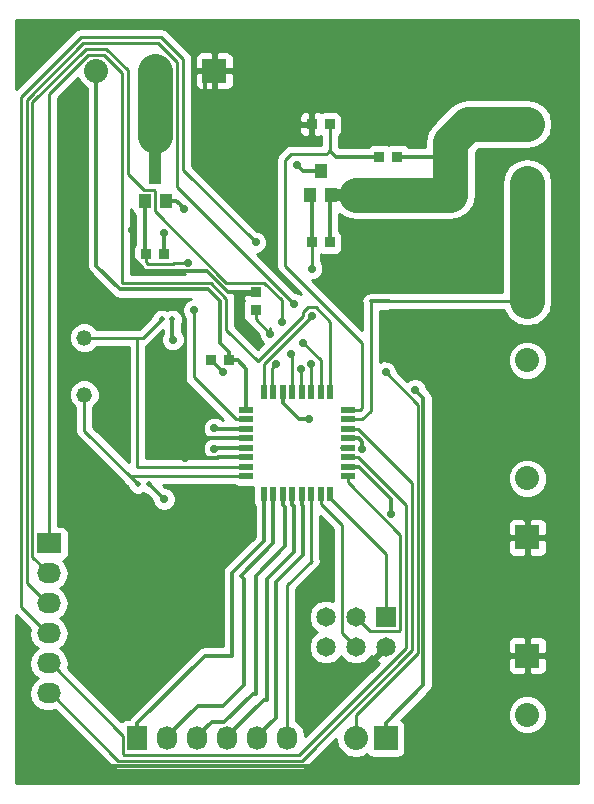
<source format=gtl>
G04 #@! TF.FileFunction,Copper,L1,Top,Signal*
%FSLAX46Y46*%
G04 Gerber Fmt 4.6, Leading zero omitted, Abs format (unit mm)*
G04 Created by KiCad (PCBNEW 4.0.2+dfsg1-stable) date ti. 12. des. 2017 kl. 16.44 +0100*
%MOMM*%
G01*
G04 APERTURE LIST*
%ADD10C,0.100000*%
%ADD11C,0.497840*%
%ADD12R,1.651000X1.651000*%
%ADD13C,1.651000*%
%ADD14R,2.032000X2.032000*%
%ADD15C,2.032000*%
%ADD16R,2.032000X1.727200*%
%ADD17O,2.032000X1.727200*%
%ADD18O,2.032000X2.032000*%
%ADD19R,1.727200X2.032000*%
%ADD20O,1.727200X2.032000*%
%ADD21R,1.016000X1.143000*%
%ADD22R,0.889000X0.889000*%
%ADD23R,1.270000X0.558800*%
%ADD24R,0.558800X1.270000*%
%ADD25C,1.320800*%
%ADD26C,0.700000*%
%ADD27C,0.250000*%
%ADD28C,0.300000*%
%ADD29C,3.000000*%
%ADD30C,1.000000*%
%ADD31C,0.254000*%
G04 APERTURE END LIST*
D10*
D11*
X149037720Y-94000000D03*
X149962280Y-94000000D03*
X147037720Y-108000000D03*
X147962280Y-108000000D03*
D12*
X168040000Y-119230000D03*
D13*
X165500000Y-119230000D03*
X162960000Y-119230000D03*
X162960000Y-121770000D03*
X165500000Y-121770000D03*
X168040000Y-121770000D03*
D14*
X180000000Y-82499360D03*
D15*
X180000000Y-77500640D03*
D14*
X180000000Y-112499360D03*
D15*
X180000000Y-107500640D03*
D14*
X180000000Y-92500640D03*
D15*
X180000000Y-97499360D03*
D14*
X180000000Y-122500640D03*
D15*
X180000000Y-127499360D03*
D14*
X153498720Y-73000000D03*
D15*
X148500000Y-73000000D03*
X143501280Y-73000000D03*
D16*
X139500000Y-113000000D03*
D17*
X139500000Y-115540000D03*
X139500000Y-118080000D03*
X139500000Y-120620000D03*
X139500000Y-123160000D03*
X139500000Y-125700000D03*
D14*
X168000000Y-129500000D03*
D18*
X165460000Y-129500000D03*
D19*
X147000000Y-129500000D03*
D20*
X149540000Y-129500000D03*
X152080000Y-129500000D03*
X154620000Y-129500000D03*
X157160000Y-129500000D03*
X159700000Y-129500000D03*
D21*
X147611000Y-84016000D03*
X149389000Y-84016000D03*
X148500000Y-81984000D03*
X161611000Y-83516000D03*
X163389000Y-83516000D03*
X162500000Y-81484000D03*
D22*
X163262000Y-77500000D03*
X161738000Y-77500000D03*
X167488000Y-80250000D03*
X169012000Y-80250000D03*
X147738000Y-88500000D03*
X149262000Y-88500000D03*
X157000000Y-91738000D03*
X157000000Y-93262000D03*
X161738000Y-87500000D03*
X163262000Y-87500000D03*
D23*
X156207400Y-101700920D03*
X156207400Y-102501020D03*
X156207400Y-103301120D03*
X156207400Y-104101220D03*
X156207400Y-104898780D03*
X156207400Y-105698880D03*
X156207400Y-106498980D03*
X156207400Y-107299080D03*
D24*
X157700920Y-108792600D03*
X158501020Y-108792600D03*
X159301120Y-108792600D03*
X160101220Y-108792600D03*
X160898780Y-108792600D03*
X161698880Y-108792600D03*
X162498980Y-108792600D03*
X163299080Y-108792600D03*
D23*
X164792600Y-107299080D03*
X164792600Y-106498980D03*
X164792600Y-105698880D03*
X164792600Y-104898780D03*
X164792600Y-104101220D03*
X164792600Y-103301120D03*
X164792600Y-102501020D03*
X164792600Y-101700920D03*
D24*
X163299080Y-100207400D03*
X162498980Y-100207400D03*
X161698880Y-100207400D03*
X160898780Y-100207400D03*
X160101220Y-100207400D03*
X159301120Y-100207400D03*
X158501020Y-100207400D03*
X157700920Y-100207400D03*
D25*
X142500000Y-95587000D03*
X142500000Y-100413000D03*
D22*
X154762000Y-97500000D03*
X153238000Y-97500000D03*
D26*
X150909265Y-84655615D03*
X154250000Y-98500000D03*
X166000000Y-105000000D03*
X149250000Y-86750000D03*
X150000000Y-95750000D03*
X153500000Y-105000000D03*
X153500000Y-103250000D03*
X160500000Y-81000000D03*
X149250000Y-109250000D03*
X160000000Y-97000000D03*
X158250000Y-95250000D03*
X172250000Y-110500000D03*
X168500000Y-110500000D03*
X152750000Y-80500000D03*
X146500000Y-86500000D03*
X140750000Y-130500000D03*
X143750000Y-125750000D03*
X151750000Y-108500000D03*
X151000000Y-105750000D03*
X162500000Y-131500000D03*
X162250000Y-127500000D03*
X161000000Y-96000000D03*
X159250000Y-94250000D03*
X161698880Y-97801120D03*
X160250000Y-92716878D03*
X160826230Y-98250000D03*
X157000000Y-87500000D03*
X161500000Y-102500000D03*
X170500000Y-100000000D03*
X158713500Y-97811820D03*
X168000000Y-98500000D03*
X151250000Y-89250000D03*
X151750000Y-93250000D03*
X161750000Y-93750000D03*
X161750000Y-89750000D03*
D27*
X156207400Y-106498980D02*
X147001020Y-106498980D01*
X147000000Y-106497960D02*
X147000000Y-95587000D01*
X147001020Y-106498980D02*
X147000000Y-106497960D01*
X142500000Y-95587000D02*
X147000000Y-95587000D01*
X147000000Y-95587000D02*
X147450720Y-95587000D01*
X147450720Y-95587000D02*
X149037720Y-94000000D01*
D28*
X150559266Y-84305616D02*
X150909265Y-84655615D01*
X150269650Y-84016000D02*
X150559266Y-84305616D01*
X149389000Y-84016000D02*
X150269650Y-84016000D01*
X153238000Y-97500000D02*
X153250000Y-97500000D01*
X153250000Y-97500000D02*
X154250000Y-98500000D01*
X164792600Y-104101220D02*
X165727600Y-104101220D01*
X165727600Y-104101220D02*
X166000000Y-104373620D01*
X166000000Y-104373620D02*
X166000000Y-105000000D01*
X149262000Y-88500000D02*
X149262000Y-86762000D01*
X149262000Y-86762000D02*
X149250000Y-86750000D01*
X149962280Y-94000000D02*
X149962280Y-95712280D01*
X149962280Y-95712280D02*
X150000000Y-95750000D01*
X156207400Y-104898780D02*
X153601220Y-104898780D01*
X153601220Y-104898780D02*
X153500000Y-105000000D01*
X156207400Y-103301120D02*
X153551120Y-103301120D01*
X153551120Y-103301120D02*
X153500000Y-103250000D01*
X162500000Y-81484000D02*
X160984000Y-81484000D01*
X160984000Y-81484000D02*
X160500000Y-81000000D01*
D27*
X147962280Y-108000000D02*
X148000000Y-108000000D01*
X148000000Y-108000000D02*
X149250000Y-109250000D01*
X156207400Y-107299080D02*
X146336800Y-107299080D01*
X146336800Y-107299080D02*
X146500000Y-107462280D01*
X146500000Y-107462280D02*
X146500000Y-107500000D01*
X146500000Y-107500000D02*
X146500000Y-107462280D01*
X142500000Y-100413000D02*
X142500000Y-103462280D01*
X142500000Y-103462280D02*
X146500000Y-107462280D01*
X146500000Y-107462280D02*
X147037720Y-108000000D01*
X163299080Y-108792600D02*
X163299080Y-109148200D01*
X163299080Y-109148200D02*
X168040000Y-113889120D01*
X168040000Y-113889120D02*
X168040000Y-119230000D01*
X165500000Y-119230000D02*
X166700501Y-120430501D01*
X166700501Y-120430501D02*
X169165501Y-120430501D01*
X169165501Y-120430501D02*
X169240501Y-120355501D01*
X169240501Y-112276381D02*
X164792600Y-107828480D01*
X169240501Y-120355501D02*
X169240501Y-112276381D01*
X164792600Y-107828480D02*
X164792600Y-107299080D01*
X158250000Y-94755026D02*
X158250000Y-95250000D01*
X157000000Y-93262000D02*
X157000000Y-94000000D01*
X160101220Y-97101220D02*
X160101220Y-100207400D01*
X160000000Y-97000000D02*
X160101220Y-97101220D01*
X157000000Y-94000000D02*
X158250000Y-95250000D01*
X165500000Y-121770000D02*
X164299499Y-120569499D01*
X164299499Y-120569499D02*
X164299499Y-111478119D01*
X164299499Y-111478119D02*
X162498980Y-109677600D01*
X162498980Y-109677600D02*
X162498980Y-108792600D01*
D28*
X156207400Y-104101220D02*
X152648780Y-104101220D01*
X152648780Y-104101220D02*
X151000000Y-105750000D01*
X172250000Y-110500000D02*
X179316640Y-110500000D01*
X179316640Y-110500000D02*
X180000000Y-111183360D01*
X180000000Y-111183360D02*
X180000000Y-112499360D01*
X164792600Y-106498980D02*
X165727600Y-106498980D01*
X165727600Y-106498980D02*
X168500000Y-109271380D01*
X168500000Y-109271380D02*
X168500000Y-110500000D01*
X152750000Y-80500000D02*
X152750000Y-73748720D01*
X152750000Y-73748720D02*
X153498720Y-73000000D01*
X157000000Y-91738000D02*
X154652240Y-91738000D01*
X154652240Y-91738000D02*
X152864241Y-89950001D01*
X152864241Y-89950001D02*
X147668999Y-89950001D01*
X146500000Y-88781002D02*
X146500000Y-86500000D01*
X147668999Y-89950001D02*
X146500000Y-88781002D01*
X140750000Y-130500000D02*
X142116021Y-131866021D01*
X142116021Y-131866021D02*
X162133979Y-131866021D01*
X162133979Y-131866021D02*
X162150001Y-131849999D01*
X162150001Y-131849999D02*
X162500000Y-131500000D01*
X151750000Y-108500000D02*
X143750000Y-116500000D01*
X143750000Y-116500000D02*
X143750000Y-125750000D01*
X156207400Y-105698880D02*
X153837122Y-105698880D01*
X153837122Y-105698880D02*
X153786002Y-105750000D01*
X153786002Y-105750000D02*
X151000000Y-105750000D01*
X162500000Y-131500000D02*
X162849999Y-131849999D01*
X162849999Y-131849999D02*
X169334641Y-131849999D01*
X169334641Y-131849999D02*
X178684000Y-122500640D01*
X178684000Y-122500640D02*
X180000000Y-122500640D01*
X168040000Y-121770000D02*
X162310000Y-127500000D01*
X162310000Y-127500000D02*
X162250000Y-127500000D01*
X166738000Y-92500000D02*
X168262000Y-92500000D01*
D27*
X168262000Y-92500000D02*
X179999360Y-92500000D01*
X179999360Y-92500000D02*
X180000000Y-92500640D01*
D29*
X180000000Y-92500640D02*
X180000000Y-82499360D01*
D27*
X165998980Y-102501020D02*
X164792600Y-102501020D01*
X166738000Y-92500000D02*
X166738000Y-101762000D01*
X166738000Y-101762000D02*
X165998980Y-102501020D01*
D29*
X173500000Y-79000000D02*
X173500000Y-80500000D01*
D28*
X173250000Y-80250000D02*
X173500000Y-80500000D01*
D29*
X173500000Y-80500000D02*
X173500000Y-83500000D01*
D28*
X169012000Y-80250000D02*
X173250000Y-80250000D01*
X163262000Y-87500000D02*
X163262000Y-83643000D01*
X163262000Y-83643000D02*
X163389000Y-83516000D01*
X174998720Y-77500000D02*
X174999360Y-77500640D01*
D29*
X165500000Y-83500000D02*
X173500000Y-83500000D01*
X174999360Y-77500640D02*
X173500000Y-79000000D01*
X174999360Y-77500640D02*
X180000000Y-77500640D01*
X165500000Y-83500000D02*
X165484000Y-83516000D01*
D30*
X163389000Y-83516000D02*
X165484000Y-83516000D01*
X165484000Y-83516000D02*
X165500000Y-83500000D01*
X148500000Y-81984000D02*
X148500000Y-78500000D01*
D29*
X148500000Y-78500000D02*
X148500000Y-73000000D01*
D28*
X154000000Y-92500000D02*
X154000000Y-95993500D01*
X154000000Y-95993500D02*
X154762000Y-96755500D01*
X154762000Y-96755500D02*
X154762000Y-97500000D01*
X156207400Y-101700920D02*
X156207400Y-98200900D01*
X156207400Y-98200900D02*
X155506500Y-97500000D01*
X155506500Y-97500000D02*
X154762000Y-97500000D01*
X143501280Y-73000000D02*
X143501280Y-89501280D01*
X153000000Y-91500000D02*
X154000000Y-92500000D01*
X145500000Y-91500000D02*
X153000000Y-91500000D01*
X143501280Y-89501280D02*
X145500000Y-91500000D01*
D27*
X139500000Y-113000000D02*
X139500000Y-74942598D01*
X142833599Y-71608999D02*
X144168961Y-71608999D01*
X139500000Y-74942598D02*
X142833599Y-71608999D01*
X161024999Y-93767881D02*
X161024999Y-93401999D01*
X161024999Y-93401999D02*
X161401999Y-93024999D01*
X161401999Y-93024999D02*
X162098001Y-93024999D01*
X144168961Y-71608999D02*
X145717466Y-73157504D01*
X145717466Y-73157504D02*
X145717466Y-90974990D01*
X145717466Y-90974990D02*
X153217466Y-90974990D01*
X153217466Y-90974990D02*
X154525010Y-92282534D01*
X154525010Y-92282534D02*
X154525010Y-94916070D01*
X154525010Y-94916070D02*
X157200910Y-97591970D01*
X163299080Y-94226078D02*
X163299080Y-100207400D01*
X157200910Y-97591970D02*
X161024999Y-93767881D01*
X162098001Y-93024999D02*
X163299080Y-94226078D01*
X161000000Y-96000000D02*
X162498980Y-97498980D01*
X162498980Y-97498980D02*
X162498980Y-100207400D01*
X139500000Y-115540000D02*
X138108999Y-114148999D01*
X138108999Y-114148999D02*
X138108999Y-75626479D01*
X157744501Y-90918499D02*
X159250000Y-92423998D01*
X138108999Y-75626479D02*
X142626489Y-71108989D01*
X146217476Y-81717476D02*
X147569499Y-83069499D01*
X142626489Y-71108989D02*
X144376071Y-71108989D01*
X148505999Y-84887501D02*
X154536997Y-90918499D01*
X144376071Y-71108989D02*
X146217476Y-72950394D01*
X146217476Y-72950394D02*
X146217476Y-81717476D01*
X147569499Y-83069499D02*
X148419001Y-83069499D01*
X154536997Y-90918499D02*
X157744501Y-90918499D01*
X148419001Y-83069499D02*
X148505999Y-83156497D01*
X148505999Y-83156497D02*
X148505999Y-84887501D01*
X159250000Y-92423998D02*
X159250000Y-94250000D01*
X161698880Y-100207400D02*
X161698880Y-97801120D01*
X139500000Y-118080000D02*
X139347600Y-118080000D01*
X137608989Y-75419369D02*
X142419379Y-70608979D01*
X139347600Y-118080000D02*
X137608989Y-116341389D01*
X137608989Y-116341389D02*
X137608989Y-75419369D01*
X148760643Y-70608979D02*
X150375010Y-72223346D01*
X150375010Y-72223346D02*
X150375010Y-82841888D01*
X142419379Y-70608979D02*
X148760643Y-70608979D01*
X150375010Y-82841888D02*
X160250000Y-92716878D01*
X160250000Y-92716878D02*
X160250000Y-92716878D01*
X160826230Y-98250000D02*
X160826230Y-100134850D01*
X160826230Y-100134850D02*
X160898780Y-100207400D01*
X139500000Y-120620000D02*
X139347600Y-120620000D01*
X142212269Y-70108969D02*
X148967753Y-70108969D01*
X139347600Y-120620000D02*
X137108979Y-118381379D01*
X137108979Y-118381379D02*
X137108979Y-75212259D01*
X137108979Y-75212259D02*
X142212269Y-70108969D01*
X148967753Y-70108969D02*
X150875020Y-72016236D01*
X150875020Y-72016236D02*
X150875020Y-81375020D01*
X150875020Y-81375020D02*
X157000000Y-87500000D01*
X139500000Y-123160000D02*
X139652400Y-123160000D01*
X169740511Y-109761791D02*
X165677600Y-105698880D01*
X165677600Y-105698880D02*
X164792600Y-105698880D01*
X139652400Y-123160000D02*
X145761399Y-129268999D01*
X145761399Y-129268999D02*
X145761399Y-130816001D01*
X160695741Y-130891001D02*
X169740511Y-121846231D01*
X145761399Y-130816001D02*
X145836399Y-130891001D01*
X145836399Y-130891001D02*
X160695741Y-130891001D01*
X169740511Y-121846231D02*
X169740511Y-109761791D01*
X139500000Y-125700000D02*
X139652400Y-125700000D01*
X139652400Y-125700000D02*
X145343411Y-131391011D01*
X145343411Y-131391011D02*
X160902851Y-131391011D01*
X160902851Y-131391011D02*
X170240521Y-122053341D01*
X170240521Y-122053341D02*
X170240521Y-107864041D01*
X170240521Y-107864041D02*
X165677600Y-103301120D01*
X165677600Y-103301120D02*
X164792600Y-103301120D01*
D28*
X161500000Y-102500000D02*
X160658720Y-102500000D01*
X160658720Y-102500000D02*
X159301120Y-101142400D01*
X159301120Y-101142400D02*
X159301120Y-100207400D01*
X168000000Y-129500000D02*
X168000000Y-128184000D01*
X168000000Y-128184000D02*
X171215541Y-124968459D01*
X171215541Y-100715541D02*
X170500000Y-100000000D01*
X171215541Y-124968459D02*
X171215541Y-100715541D01*
D27*
X158713500Y-97811820D02*
X158363501Y-98161819D01*
X158363501Y-98161819D02*
X158363501Y-100069881D01*
X158363501Y-100069881D02*
X158501020Y-100207400D01*
X165460000Y-129500000D02*
X165460000Y-127540982D01*
X165460000Y-127540982D02*
X170740531Y-122260451D01*
X170740531Y-122260451D02*
X170740531Y-101240531D01*
X170740531Y-101240531D02*
X168000000Y-98500000D01*
D28*
X155000000Y-122500000D02*
X152684000Y-122500000D01*
X152684000Y-122500000D02*
X147000000Y-128184000D01*
X147000000Y-128184000D02*
X147000000Y-129500000D01*
X155000000Y-115500000D02*
X155000000Y-122500000D01*
X157700920Y-112799080D02*
X155000000Y-115500000D01*
X157700920Y-108792600D02*
X157700920Y-112799080D01*
X154250000Y-126750000D02*
X152137600Y-126750000D01*
X152137600Y-126750000D02*
X149540000Y-129347600D01*
X149540000Y-129347600D02*
X149540000Y-129500000D01*
X156000000Y-125000000D02*
X154250000Y-126750000D01*
X156000000Y-116000000D02*
X156000000Y-125000000D01*
X155750000Y-115750000D02*
X156000000Y-116000000D01*
X158501020Y-112998980D02*
X155750000Y-115750000D01*
X158501020Y-108792600D02*
X158501020Y-112998980D01*
X157000000Y-125750000D02*
X156750000Y-125750000D01*
X153293610Y-128133990D02*
X152080000Y-129347600D01*
X156750000Y-125750000D02*
X154366010Y-128133990D01*
X154366010Y-128133990D02*
X153293610Y-128133990D01*
X152080000Y-129347600D02*
X152080000Y-129500000D01*
X157000000Y-115750000D02*
X157000000Y-125750000D01*
X159500000Y-113250000D02*
X157000000Y-115750000D01*
X159500000Y-109926480D02*
X159500000Y-113250000D01*
X159301120Y-108792600D02*
X159301120Y-109727600D01*
X159301120Y-109727600D02*
X159500000Y-109926480D01*
X158000000Y-126250000D02*
X157717600Y-126250000D01*
X157717600Y-126250000D02*
X154620000Y-129347600D01*
X154620000Y-129347600D02*
X154620000Y-129500000D01*
X158000000Y-116000000D02*
X158000000Y-126250000D01*
X160250000Y-113750000D02*
X158000000Y-116000000D01*
X160250000Y-109876380D02*
X160250000Y-113750000D01*
X160101220Y-108792600D02*
X160101220Y-109727600D01*
X160101220Y-109727600D02*
X160250000Y-109876380D01*
X160898780Y-108792600D02*
X160898780Y-109727600D01*
X160898780Y-109727600D02*
X161000000Y-109828820D01*
X161000000Y-109828820D02*
X161000000Y-114000000D01*
X161000000Y-114000000D02*
X158750000Y-116250000D01*
X158750000Y-116250000D02*
X158750000Y-127757600D01*
X158750000Y-127757600D02*
X157160000Y-129347600D01*
X157160000Y-129347600D02*
X157160000Y-129500000D01*
D27*
X161750000Y-114500000D02*
X161698880Y-114448880D01*
X161698880Y-114448880D02*
X161698880Y-108792600D01*
X159700000Y-116550000D02*
X161750000Y-114500000D01*
X159700000Y-129500000D02*
X159700000Y-116550000D01*
X151250000Y-89250000D02*
X150076002Y-89250000D01*
X150076002Y-89250000D02*
X150006501Y-89319501D01*
X150006501Y-89319501D02*
X147863001Y-89319501D01*
X147863001Y-89319501D02*
X147738000Y-89194500D01*
X147738000Y-89194500D02*
X147738000Y-88500000D01*
X156207400Y-102501020D02*
X155322400Y-102501020D01*
X155322400Y-102501020D02*
X151750000Y-98928620D01*
X151750000Y-98928620D02*
X151750000Y-93250000D01*
D28*
X147611000Y-84016000D02*
X147611000Y-88373000D01*
X147611000Y-88373000D02*
X147738000Y-88500000D01*
D27*
X161738000Y-87500000D02*
X161738000Y-89738000D01*
X157700920Y-97799080D02*
X157700920Y-100207400D01*
X161750000Y-93750000D02*
X157700920Y-97799080D01*
X161738000Y-89738000D02*
X161750000Y-89750000D01*
D28*
X161738000Y-87500000D02*
X161738000Y-83643000D01*
X161738000Y-83643000D02*
X161611000Y-83516000D01*
X167488000Y-80250000D02*
X163774000Y-80250000D01*
X163774000Y-80250000D02*
X163262000Y-79738000D01*
D27*
X163262000Y-77500000D02*
X163262000Y-79738000D01*
X165799080Y-101700920D02*
X164792600Y-101700920D01*
X166000000Y-101500000D02*
X165799080Y-101700920D01*
X166000000Y-96000000D02*
X166000000Y-101500000D01*
X159500000Y-89500000D02*
X166000000Y-96000000D01*
X159500000Y-80500000D02*
X159500000Y-89500000D01*
X160000000Y-80000000D02*
X159500000Y-80500000D01*
X163000000Y-80000000D02*
X160000000Y-80000000D01*
X163262000Y-79738000D02*
X163000000Y-80000000D01*
D28*
X164792600Y-104898780D02*
X164351220Y-104898780D01*
D31*
G36*
X184315000Y-133315000D02*
X136685000Y-133315000D01*
X136685000Y-119032202D01*
X137892334Y-120239536D01*
X137816655Y-120620000D01*
X137930729Y-121193489D01*
X138255585Y-121679670D01*
X138570366Y-121890000D01*
X138255585Y-122100330D01*
X137930729Y-122586511D01*
X137816655Y-123160000D01*
X137930729Y-123733489D01*
X138255585Y-124219670D01*
X138570366Y-124430000D01*
X138255585Y-124640330D01*
X137930729Y-125126511D01*
X137816655Y-125700000D01*
X137930729Y-126273489D01*
X138255585Y-126759670D01*
X138741766Y-127084526D01*
X139315255Y-127198600D01*
X139684745Y-127198600D01*
X140011252Y-127133654D01*
X144806010Y-131928412D01*
X145052572Y-132093159D01*
X145343411Y-132151011D01*
X160902851Y-132151011D01*
X161193690Y-132093159D01*
X161440252Y-131928412D01*
X163813533Y-129555131D01*
X163934675Y-130164155D01*
X164292567Y-130699778D01*
X164828190Y-131057670D01*
X165460000Y-131183345D01*
X166091810Y-131057670D01*
X166431792Y-130830501D01*
X166519910Y-130967441D01*
X166732110Y-131112431D01*
X166984000Y-131163440D01*
X169016000Y-131163440D01*
X169251317Y-131119162D01*
X169467441Y-130980090D01*
X169612431Y-130767890D01*
X169663440Y-130516000D01*
X169663440Y-128484000D01*
X169619162Y-128248683D01*
X169480090Y-128032559D01*
X169350289Y-127943869D01*
X169467835Y-127826323D01*
X178348714Y-127826323D01*
X178599534Y-128433355D01*
X179063563Y-128898194D01*
X179670155Y-129150073D01*
X180326963Y-129150646D01*
X180933995Y-128899826D01*
X181398834Y-128435797D01*
X181650713Y-127829205D01*
X181651286Y-127172397D01*
X181400466Y-126565365D01*
X180936437Y-126100526D01*
X180329845Y-125848647D01*
X179673037Y-125848074D01*
X179066005Y-126098894D01*
X178601166Y-126562923D01*
X178349287Y-127169515D01*
X178348714Y-127826323D01*
X169467835Y-127826323D01*
X171770620Y-125523538D01*
X171940786Y-125268865D01*
X172000541Y-124968459D01*
X172000541Y-122786390D01*
X178349000Y-122786390D01*
X178349000Y-123642950D01*
X178445673Y-123876339D01*
X178624302Y-124054967D01*
X178857691Y-124151640D01*
X179714250Y-124151640D01*
X179873000Y-123992890D01*
X179873000Y-122627640D01*
X180127000Y-122627640D01*
X180127000Y-123992890D01*
X180285750Y-124151640D01*
X181142309Y-124151640D01*
X181375698Y-124054967D01*
X181554327Y-123876339D01*
X181651000Y-123642950D01*
X181651000Y-122786390D01*
X181492250Y-122627640D01*
X180127000Y-122627640D01*
X179873000Y-122627640D01*
X178507750Y-122627640D01*
X178349000Y-122786390D01*
X172000541Y-122786390D01*
X172000541Y-121358330D01*
X178349000Y-121358330D01*
X178349000Y-122214890D01*
X178507750Y-122373640D01*
X179873000Y-122373640D01*
X179873000Y-121008390D01*
X180127000Y-121008390D01*
X180127000Y-122373640D01*
X181492250Y-122373640D01*
X181651000Y-122214890D01*
X181651000Y-121358330D01*
X181554327Y-121124941D01*
X181375698Y-120946313D01*
X181142309Y-120849640D01*
X180285750Y-120849640D01*
X180127000Y-121008390D01*
X179873000Y-121008390D01*
X179714250Y-120849640D01*
X178857691Y-120849640D01*
X178624302Y-120946313D01*
X178445673Y-121124941D01*
X178349000Y-121358330D01*
X172000541Y-121358330D01*
X172000541Y-112785110D01*
X178349000Y-112785110D01*
X178349000Y-113641670D01*
X178445673Y-113875059D01*
X178624302Y-114053687D01*
X178857691Y-114150360D01*
X179714250Y-114150360D01*
X179873000Y-113991610D01*
X179873000Y-112626360D01*
X180127000Y-112626360D01*
X180127000Y-113991610D01*
X180285750Y-114150360D01*
X181142309Y-114150360D01*
X181375698Y-114053687D01*
X181554327Y-113875059D01*
X181651000Y-113641670D01*
X181651000Y-112785110D01*
X181492250Y-112626360D01*
X180127000Y-112626360D01*
X179873000Y-112626360D01*
X178507750Y-112626360D01*
X178349000Y-112785110D01*
X172000541Y-112785110D01*
X172000541Y-111357050D01*
X178349000Y-111357050D01*
X178349000Y-112213610D01*
X178507750Y-112372360D01*
X179873000Y-112372360D01*
X179873000Y-111007110D01*
X180127000Y-111007110D01*
X180127000Y-112372360D01*
X181492250Y-112372360D01*
X181651000Y-112213610D01*
X181651000Y-111357050D01*
X181554327Y-111123661D01*
X181375698Y-110945033D01*
X181142309Y-110848360D01*
X180285750Y-110848360D01*
X180127000Y-111007110D01*
X179873000Y-111007110D01*
X179714250Y-110848360D01*
X178857691Y-110848360D01*
X178624302Y-110945033D01*
X178445673Y-111123661D01*
X178349000Y-111357050D01*
X172000541Y-111357050D01*
X172000541Y-107827603D01*
X178348714Y-107827603D01*
X178599534Y-108434635D01*
X179063563Y-108899474D01*
X179670155Y-109151353D01*
X180326963Y-109151926D01*
X180933995Y-108901106D01*
X181398834Y-108437077D01*
X181650713Y-107830485D01*
X181651286Y-107173677D01*
X181400466Y-106566645D01*
X180936437Y-106101806D01*
X180329845Y-105849927D01*
X179673037Y-105849354D01*
X179066005Y-106100174D01*
X178601166Y-106564203D01*
X178349287Y-107170795D01*
X178348714Y-107827603D01*
X172000541Y-107827603D01*
X172000541Y-100715541D01*
X171940786Y-100415135D01*
X171770620Y-100160462D01*
X171485109Y-99874951D01*
X171485170Y-99804931D01*
X171335529Y-99442771D01*
X171058686Y-99165445D01*
X170696788Y-99015172D01*
X170304931Y-99014830D01*
X169942771Y-99164471D01*
X169840933Y-99266131D01*
X168985078Y-98410276D01*
X168985170Y-98304931D01*
X168835529Y-97942771D01*
X168719284Y-97826323D01*
X178348714Y-97826323D01*
X178599534Y-98433355D01*
X179063563Y-98898194D01*
X179670155Y-99150073D01*
X180326963Y-99150646D01*
X180933995Y-98899826D01*
X181398834Y-98435797D01*
X181650713Y-97829205D01*
X181651286Y-97172397D01*
X181400466Y-96565365D01*
X180936437Y-96100526D01*
X180329845Y-95848647D01*
X179673037Y-95848074D01*
X179066005Y-96098894D01*
X178601166Y-96562923D01*
X178349287Y-97169515D01*
X178348714Y-97826323D01*
X168719284Y-97826323D01*
X168558686Y-97665445D01*
X168196788Y-97515172D01*
X167804931Y-97514830D01*
X167498000Y-97641651D01*
X167498000Y-93285000D01*
X168262000Y-93285000D01*
X168387682Y-93260000D01*
X178016046Y-93260000D01*
X178027517Y-93317669D01*
X178490327Y-94010313D01*
X179182971Y-94473123D01*
X180000000Y-94635640D01*
X180817029Y-94473123D01*
X181509673Y-94010313D01*
X181972483Y-93317669D01*
X182135000Y-92500640D01*
X182135000Y-82499360D01*
X181972483Y-81682331D01*
X181509673Y-80989687D01*
X180817029Y-80526877D01*
X180000000Y-80364360D01*
X179182971Y-80526877D01*
X178490327Y-80989687D01*
X178027517Y-81682331D01*
X177865000Y-82499360D01*
X177865000Y-91740000D01*
X168387682Y-91740000D01*
X168262000Y-91715000D01*
X166738000Y-91715000D01*
X166437594Y-91774755D01*
X166182921Y-91944921D01*
X166012755Y-92199594D01*
X165953000Y-92500000D01*
X165978000Y-92625682D01*
X165978000Y-94903198D01*
X161809854Y-90735052D01*
X161945069Y-90735170D01*
X162307229Y-90585529D01*
X162584555Y-90308686D01*
X162734828Y-89946788D01*
X162735170Y-89554931D01*
X162585529Y-89192771D01*
X162498000Y-89105089D01*
X162498000Y-88496066D01*
X162499003Y-88495420D01*
X162565610Y-88540931D01*
X162817500Y-88591940D01*
X163706500Y-88591940D01*
X163941817Y-88547662D01*
X164157941Y-88408590D01*
X164302931Y-88196390D01*
X164353940Y-87944500D01*
X164353940Y-87055500D01*
X164309662Y-86820183D01*
X164170590Y-86604059D01*
X164047000Y-86519614D01*
X164047000Y-85074232D01*
X164666971Y-85488483D01*
X165484000Y-85651000D01*
X165564438Y-85635000D01*
X173500000Y-85635000D01*
X174317029Y-85472483D01*
X175009673Y-85009673D01*
X175472483Y-84317029D01*
X175635000Y-83500000D01*
X175635000Y-79884346D01*
X175883706Y-79635640D01*
X180000000Y-79635640D01*
X180817029Y-79473123D01*
X181509673Y-79010313D01*
X181972483Y-78317669D01*
X182135000Y-77500640D01*
X181972483Y-76683611D01*
X181509673Y-75990967D01*
X180817029Y-75528157D01*
X180000000Y-75365640D01*
X174999360Y-75365640D01*
X174182330Y-75528157D01*
X173489687Y-75990967D01*
X171990327Y-77490327D01*
X171527517Y-78182971D01*
X171365000Y-79000000D01*
X171365000Y-79465000D01*
X169991979Y-79465000D01*
X169920590Y-79354059D01*
X169708390Y-79209069D01*
X169456500Y-79158060D01*
X168567500Y-79158060D01*
X168332183Y-79202338D01*
X168250997Y-79254580D01*
X168184390Y-79209069D01*
X167932500Y-79158060D01*
X167043500Y-79158060D01*
X166808183Y-79202338D01*
X166592059Y-79341410D01*
X166507614Y-79465000D01*
X164099158Y-79465000D01*
X164022000Y-79387842D01*
X164022000Y-78496066D01*
X164157941Y-78408590D01*
X164302931Y-78196390D01*
X164353940Y-77944500D01*
X164353940Y-77055500D01*
X164309662Y-76820183D01*
X164170590Y-76604059D01*
X163958390Y-76459069D01*
X163706500Y-76408060D01*
X162817500Y-76408060D01*
X162582183Y-76452338D01*
X162505226Y-76501859D01*
X162308809Y-76420500D01*
X162023750Y-76420500D01*
X161865000Y-76579250D01*
X161865000Y-77373000D01*
X161885000Y-77373000D01*
X161885000Y-77627000D01*
X161865000Y-77627000D01*
X161865000Y-78420750D01*
X162023750Y-78579500D01*
X162308809Y-78579500D01*
X162502000Y-78499478D01*
X162502000Y-79240000D01*
X160000000Y-79240000D01*
X159709161Y-79297852D01*
X159462599Y-79462599D01*
X158962599Y-79962599D01*
X158797852Y-80209161D01*
X158740000Y-80500000D01*
X158740000Y-89500000D01*
X158797852Y-89790839D01*
X158962599Y-90037401D01*
X160806694Y-91881496D01*
X160446788Y-91732050D01*
X160339881Y-91731957D01*
X157093005Y-88485081D01*
X157195069Y-88485170D01*
X157557229Y-88335529D01*
X157834555Y-88058686D01*
X157984828Y-87696788D01*
X157985170Y-87304931D01*
X157835529Y-86942771D01*
X157558686Y-86665445D01*
X157196788Y-86515172D01*
X157089881Y-86515079D01*
X151635020Y-81060218D01*
X151635020Y-77785750D01*
X160658500Y-77785750D01*
X160658500Y-78070810D01*
X160755173Y-78304199D01*
X160933802Y-78482827D01*
X161167191Y-78579500D01*
X161452250Y-78579500D01*
X161611000Y-78420750D01*
X161611000Y-77627000D01*
X160817250Y-77627000D01*
X160658500Y-77785750D01*
X151635020Y-77785750D01*
X151635020Y-76929190D01*
X160658500Y-76929190D01*
X160658500Y-77214250D01*
X160817250Y-77373000D01*
X161611000Y-77373000D01*
X161611000Y-76579250D01*
X161452250Y-76420500D01*
X161167191Y-76420500D01*
X160933802Y-76517173D01*
X160755173Y-76695801D01*
X160658500Y-76929190D01*
X151635020Y-76929190D01*
X151635020Y-73285750D01*
X151847720Y-73285750D01*
X151847720Y-74142309D01*
X151944393Y-74375698D01*
X152123021Y-74554327D01*
X152356410Y-74651000D01*
X153212970Y-74651000D01*
X153371720Y-74492250D01*
X153371720Y-73127000D01*
X153625720Y-73127000D01*
X153625720Y-74492250D01*
X153784470Y-74651000D01*
X154641030Y-74651000D01*
X154874419Y-74554327D01*
X155053047Y-74375698D01*
X155149720Y-74142309D01*
X155149720Y-73285750D01*
X154990970Y-73127000D01*
X153625720Y-73127000D01*
X153371720Y-73127000D01*
X152006470Y-73127000D01*
X151847720Y-73285750D01*
X151635020Y-73285750D01*
X151635020Y-72016236D01*
X151603484Y-71857691D01*
X151847720Y-71857691D01*
X151847720Y-72714250D01*
X152006470Y-72873000D01*
X153371720Y-72873000D01*
X153371720Y-71507750D01*
X153625720Y-71507750D01*
X153625720Y-72873000D01*
X154990970Y-72873000D01*
X155149720Y-72714250D01*
X155149720Y-71857691D01*
X155053047Y-71624302D01*
X154874419Y-71445673D01*
X154641030Y-71349000D01*
X153784470Y-71349000D01*
X153625720Y-71507750D01*
X153371720Y-71507750D01*
X153212970Y-71349000D01*
X152356410Y-71349000D01*
X152123021Y-71445673D01*
X151944393Y-71624302D01*
X151847720Y-71857691D01*
X151603484Y-71857691D01*
X151577168Y-71725397D01*
X151412421Y-71478835D01*
X149505154Y-69571568D01*
X149258592Y-69406821D01*
X148967753Y-69348969D01*
X142212269Y-69348969D01*
X141921430Y-69406821D01*
X141674868Y-69571568D01*
X136685000Y-74561436D01*
X136685000Y-68685000D01*
X184315000Y-68685000D01*
X184315000Y-133315000D01*
X184315000Y-133315000D01*
G37*
X184315000Y-133315000D02*
X136685000Y-133315000D01*
X136685000Y-119032202D01*
X137892334Y-120239536D01*
X137816655Y-120620000D01*
X137930729Y-121193489D01*
X138255585Y-121679670D01*
X138570366Y-121890000D01*
X138255585Y-122100330D01*
X137930729Y-122586511D01*
X137816655Y-123160000D01*
X137930729Y-123733489D01*
X138255585Y-124219670D01*
X138570366Y-124430000D01*
X138255585Y-124640330D01*
X137930729Y-125126511D01*
X137816655Y-125700000D01*
X137930729Y-126273489D01*
X138255585Y-126759670D01*
X138741766Y-127084526D01*
X139315255Y-127198600D01*
X139684745Y-127198600D01*
X140011252Y-127133654D01*
X144806010Y-131928412D01*
X145052572Y-132093159D01*
X145343411Y-132151011D01*
X160902851Y-132151011D01*
X161193690Y-132093159D01*
X161440252Y-131928412D01*
X163813533Y-129555131D01*
X163934675Y-130164155D01*
X164292567Y-130699778D01*
X164828190Y-131057670D01*
X165460000Y-131183345D01*
X166091810Y-131057670D01*
X166431792Y-130830501D01*
X166519910Y-130967441D01*
X166732110Y-131112431D01*
X166984000Y-131163440D01*
X169016000Y-131163440D01*
X169251317Y-131119162D01*
X169467441Y-130980090D01*
X169612431Y-130767890D01*
X169663440Y-130516000D01*
X169663440Y-128484000D01*
X169619162Y-128248683D01*
X169480090Y-128032559D01*
X169350289Y-127943869D01*
X169467835Y-127826323D01*
X178348714Y-127826323D01*
X178599534Y-128433355D01*
X179063563Y-128898194D01*
X179670155Y-129150073D01*
X180326963Y-129150646D01*
X180933995Y-128899826D01*
X181398834Y-128435797D01*
X181650713Y-127829205D01*
X181651286Y-127172397D01*
X181400466Y-126565365D01*
X180936437Y-126100526D01*
X180329845Y-125848647D01*
X179673037Y-125848074D01*
X179066005Y-126098894D01*
X178601166Y-126562923D01*
X178349287Y-127169515D01*
X178348714Y-127826323D01*
X169467835Y-127826323D01*
X171770620Y-125523538D01*
X171940786Y-125268865D01*
X172000541Y-124968459D01*
X172000541Y-122786390D01*
X178349000Y-122786390D01*
X178349000Y-123642950D01*
X178445673Y-123876339D01*
X178624302Y-124054967D01*
X178857691Y-124151640D01*
X179714250Y-124151640D01*
X179873000Y-123992890D01*
X179873000Y-122627640D01*
X180127000Y-122627640D01*
X180127000Y-123992890D01*
X180285750Y-124151640D01*
X181142309Y-124151640D01*
X181375698Y-124054967D01*
X181554327Y-123876339D01*
X181651000Y-123642950D01*
X181651000Y-122786390D01*
X181492250Y-122627640D01*
X180127000Y-122627640D01*
X179873000Y-122627640D01*
X178507750Y-122627640D01*
X178349000Y-122786390D01*
X172000541Y-122786390D01*
X172000541Y-121358330D01*
X178349000Y-121358330D01*
X178349000Y-122214890D01*
X178507750Y-122373640D01*
X179873000Y-122373640D01*
X179873000Y-121008390D01*
X180127000Y-121008390D01*
X180127000Y-122373640D01*
X181492250Y-122373640D01*
X181651000Y-122214890D01*
X181651000Y-121358330D01*
X181554327Y-121124941D01*
X181375698Y-120946313D01*
X181142309Y-120849640D01*
X180285750Y-120849640D01*
X180127000Y-121008390D01*
X179873000Y-121008390D01*
X179714250Y-120849640D01*
X178857691Y-120849640D01*
X178624302Y-120946313D01*
X178445673Y-121124941D01*
X178349000Y-121358330D01*
X172000541Y-121358330D01*
X172000541Y-112785110D01*
X178349000Y-112785110D01*
X178349000Y-113641670D01*
X178445673Y-113875059D01*
X178624302Y-114053687D01*
X178857691Y-114150360D01*
X179714250Y-114150360D01*
X179873000Y-113991610D01*
X179873000Y-112626360D01*
X180127000Y-112626360D01*
X180127000Y-113991610D01*
X180285750Y-114150360D01*
X181142309Y-114150360D01*
X181375698Y-114053687D01*
X181554327Y-113875059D01*
X181651000Y-113641670D01*
X181651000Y-112785110D01*
X181492250Y-112626360D01*
X180127000Y-112626360D01*
X179873000Y-112626360D01*
X178507750Y-112626360D01*
X178349000Y-112785110D01*
X172000541Y-112785110D01*
X172000541Y-111357050D01*
X178349000Y-111357050D01*
X178349000Y-112213610D01*
X178507750Y-112372360D01*
X179873000Y-112372360D01*
X179873000Y-111007110D01*
X180127000Y-111007110D01*
X180127000Y-112372360D01*
X181492250Y-112372360D01*
X181651000Y-112213610D01*
X181651000Y-111357050D01*
X181554327Y-111123661D01*
X181375698Y-110945033D01*
X181142309Y-110848360D01*
X180285750Y-110848360D01*
X180127000Y-111007110D01*
X179873000Y-111007110D01*
X179714250Y-110848360D01*
X178857691Y-110848360D01*
X178624302Y-110945033D01*
X178445673Y-111123661D01*
X178349000Y-111357050D01*
X172000541Y-111357050D01*
X172000541Y-107827603D01*
X178348714Y-107827603D01*
X178599534Y-108434635D01*
X179063563Y-108899474D01*
X179670155Y-109151353D01*
X180326963Y-109151926D01*
X180933995Y-108901106D01*
X181398834Y-108437077D01*
X181650713Y-107830485D01*
X181651286Y-107173677D01*
X181400466Y-106566645D01*
X180936437Y-106101806D01*
X180329845Y-105849927D01*
X179673037Y-105849354D01*
X179066005Y-106100174D01*
X178601166Y-106564203D01*
X178349287Y-107170795D01*
X178348714Y-107827603D01*
X172000541Y-107827603D01*
X172000541Y-100715541D01*
X171940786Y-100415135D01*
X171770620Y-100160462D01*
X171485109Y-99874951D01*
X171485170Y-99804931D01*
X171335529Y-99442771D01*
X171058686Y-99165445D01*
X170696788Y-99015172D01*
X170304931Y-99014830D01*
X169942771Y-99164471D01*
X169840933Y-99266131D01*
X168985078Y-98410276D01*
X168985170Y-98304931D01*
X168835529Y-97942771D01*
X168719284Y-97826323D01*
X178348714Y-97826323D01*
X178599534Y-98433355D01*
X179063563Y-98898194D01*
X179670155Y-99150073D01*
X180326963Y-99150646D01*
X180933995Y-98899826D01*
X181398834Y-98435797D01*
X181650713Y-97829205D01*
X181651286Y-97172397D01*
X181400466Y-96565365D01*
X180936437Y-96100526D01*
X180329845Y-95848647D01*
X179673037Y-95848074D01*
X179066005Y-96098894D01*
X178601166Y-96562923D01*
X178349287Y-97169515D01*
X178348714Y-97826323D01*
X168719284Y-97826323D01*
X168558686Y-97665445D01*
X168196788Y-97515172D01*
X167804931Y-97514830D01*
X167498000Y-97641651D01*
X167498000Y-93285000D01*
X168262000Y-93285000D01*
X168387682Y-93260000D01*
X178016046Y-93260000D01*
X178027517Y-93317669D01*
X178490327Y-94010313D01*
X179182971Y-94473123D01*
X180000000Y-94635640D01*
X180817029Y-94473123D01*
X181509673Y-94010313D01*
X181972483Y-93317669D01*
X182135000Y-92500640D01*
X182135000Y-82499360D01*
X181972483Y-81682331D01*
X181509673Y-80989687D01*
X180817029Y-80526877D01*
X180000000Y-80364360D01*
X179182971Y-80526877D01*
X178490327Y-80989687D01*
X178027517Y-81682331D01*
X177865000Y-82499360D01*
X177865000Y-91740000D01*
X168387682Y-91740000D01*
X168262000Y-91715000D01*
X166738000Y-91715000D01*
X166437594Y-91774755D01*
X166182921Y-91944921D01*
X166012755Y-92199594D01*
X165953000Y-92500000D01*
X165978000Y-92625682D01*
X165978000Y-94903198D01*
X161809854Y-90735052D01*
X161945069Y-90735170D01*
X162307229Y-90585529D01*
X162584555Y-90308686D01*
X162734828Y-89946788D01*
X162735170Y-89554931D01*
X162585529Y-89192771D01*
X162498000Y-89105089D01*
X162498000Y-88496066D01*
X162499003Y-88495420D01*
X162565610Y-88540931D01*
X162817500Y-88591940D01*
X163706500Y-88591940D01*
X163941817Y-88547662D01*
X164157941Y-88408590D01*
X164302931Y-88196390D01*
X164353940Y-87944500D01*
X164353940Y-87055500D01*
X164309662Y-86820183D01*
X164170590Y-86604059D01*
X164047000Y-86519614D01*
X164047000Y-85074232D01*
X164666971Y-85488483D01*
X165484000Y-85651000D01*
X165564438Y-85635000D01*
X173500000Y-85635000D01*
X174317029Y-85472483D01*
X175009673Y-85009673D01*
X175472483Y-84317029D01*
X175635000Y-83500000D01*
X175635000Y-79884346D01*
X175883706Y-79635640D01*
X180000000Y-79635640D01*
X180817029Y-79473123D01*
X181509673Y-79010313D01*
X181972483Y-78317669D01*
X182135000Y-77500640D01*
X181972483Y-76683611D01*
X181509673Y-75990967D01*
X180817029Y-75528157D01*
X180000000Y-75365640D01*
X174999360Y-75365640D01*
X174182330Y-75528157D01*
X173489687Y-75990967D01*
X171990327Y-77490327D01*
X171527517Y-78182971D01*
X171365000Y-79000000D01*
X171365000Y-79465000D01*
X169991979Y-79465000D01*
X169920590Y-79354059D01*
X169708390Y-79209069D01*
X169456500Y-79158060D01*
X168567500Y-79158060D01*
X168332183Y-79202338D01*
X168250997Y-79254580D01*
X168184390Y-79209069D01*
X167932500Y-79158060D01*
X167043500Y-79158060D01*
X166808183Y-79202338D01*
X166592059Y-79341410D01*
X166507614Y-79465000D01*
X164099158Y-79465000D01*
X164022000Y-79387842D01*
X164022000Y-78496066D01*
X164157941Y-78408590D01*
X164302931Y-78196390D01*
X164353940Y-77944500D01*
X164353940Y-77055500D01*
X164309662Y-76820183D01*
X164170590Y-76604059D01*
X163958390Y-76459069D01*
X163706500Y-76408060D01*
X162817500Y-76408060D01*
X162582183Y-76452338D01*
X162505226Y-76501859D01*
X162308809Y-76420500D01*
X162023750Y-76420500D01*
X161865000Y-76579250D01*
X161865000Y-77373000D01*
X161885000Y-77373000D01*
X161885000Y-77627000D01*
X161865000Y-77627000D01*
X161865000Y-78420750D01*
X162023750Y-78579500D01*
X162308809Y-78579500D01*
X162502000Y-78499478D01*
X162502000Y-79240000D01*
X160000000Y-79240000D01*
X159709161Y-79297852D01*
X159462599Y-79462599D01*
X158962599Y-79962599D01*
X158797852Y-80209161D01*
X158740000Y-80500000D01*
X158740000Y-89500000D01*
X158797852Y-89790839D01*
X158962599Y-90037401D01*
X160806694Y-91881496D01*
X160446788Y-91732050D01*
X160339881Y-91731957D01*
X157093005Y-88485081D01*
X157195069Y-88485170D01*
X157557229Y-88335529D01*
X157834555Y-88058686D01*
X157984828Y-87696788D01*
X157985170Y-87304931D01*
X157835529Y-86942771D01*
X157558686Y-86665445D01*
X157196788Y-86515172D01*
X157089881Y-86515079D01*
X151635020Y-81060218D01*
X151635020Y-77785750D01*
X160658500Y-77785750D01*
X160658500Y-78070810D01*
X160755173Y-78304199D01*
X160933802Y-78482827D01*
X161167191Y-78579500D01*
X161452250Y-78579500D01*
X161611000Y-78420750D01*
X161611000Y-77627000D01*
X160817250Y-77627000D01*
X160658500Y-77785750D01*
X151635020Y-77785750D01*
X151635020Y-76929190D01*
X160658500Y-76929190D01*
X160658500Y-77214250D01*
X160817250Y-77373000D01*
X161611000Y-77373000D01*
X161611000Y-76579250D01*
X161452250Y-76420500D01*
X161167191Y-76420500D01*
X160933802Y-76517173D01*
X160755173Y-76695801D01*
X160658500Y-76929190D01*
X151635020Y-76929190D01*
X151635020Y-73285750D01*
X151847720Y-73285750D01*
X151847720Y-74142309D01*
X151944393Y-74375698D01*
X152123021Y-74554327D01*
X152356410Y-74651000D01*
X153212970Y-74651000D01*
X153371720Y-74492250D01*
X153371720Y-73127000D01*
X153625720Y-73127000D01*
X153625720Y-74492250D01*
X153784470Y-74651000D01*
X154641030Y-74651000D01*
X154874419Y-74554327D01*
X155053047Y-74375698D01*
X155149720Y-74142309D01*
X155149720Y-73285750D01*
X154990970Y-73127000D01*
X153625720Y-73127000D01*
X153371720Y-73127000D01*
X152006470Y-73127000D01*
X151847720Y-73285750D01*
X151635020Y-73285750D01*
X151635020Y-72016236D01*
X151603484Y-71857691D01*
X151847720Y-71857691D01*
X151847720Y-72714250D01*
X152006470Y-72873000D01*
X153371720Y-72873000D01*
X153371720Y-71507750D01*
X153625720Y-71507750D01*
X153625720Y-72873000D01*
X154990970Y-72873000D01*
X155149720Y-72714250D01*
X155149720Y-71857691D01*
X155053047Y-71624302D01*
X154874419Y-71445673D01*
X154641030Y-71349000D01*
X153784470Y-71349000D01*
X153625720Y-71507750D01*
X153371720Y-71507750D01*
X153212970Y-71349000D01*
X152356410Y-71349000D01*
X152123021Y-71445673D01*
X151944393Y-71624302D01*
X151847720Y-71857691D01*
X151603484Y-71857691D01*
X151577168Y-71725397D01*
X151412421Y-71478835D01*
X149505154Y-69571568D01*
X149258592Y-69406821D01*
X148967753Y-69348969D01*
X142212269Y-69348969D01*
X141921430Y-69406821D01*
X141674868Y-69571568D01*
X136685000Y-74561436D01*
X136685000Y-68685000D01*
X184315000Y-68685000D01*
X184315000Y-133315000D01*
G36*
X163539499Y-111792921D02*
X163539499Y-117889223D01*
X163251786Y-117769754D01*
X162670763Y-117769247D01*
X162133774Y-117991126D01*
X161722570Y-118401613D01*
X161499754Y-118938214D01*
X161499247Y-119519237D01*
X161721126Y-120056226D01*
X162131613Y-120467430D01*
X162209579Y-120499804D01*
X162133774Y-120531126D01*
X161722570Y-120941613D01*
X161499754Y-121478214D01*
X161499247Y-122059237D01*
X161721126Y-122596226D01*
X162131613Y-123007430D01*
X162668214Y-123230246D01*
X163249237Y-123230753D01*
X163786226Y-123008874D01*
X164197430Y-122598387D01*
X164229804Y-122520421D01*
X164261126Y-122596226D01*
X164671613Y-123007430D01*
X165208214Y-123230246D01*
X165789237Y-123230753D01*
X166326226Y-123008874D01*
X166737430Y-122598387D01*
X166763487Y-122535634D01*
X166765024Y-122539344D01*
X167013785Y-122616610D01*
X167860395Y-121770000D01*
X167846253Y-121755858D01*
X168025858Y-121576253D01*
X168040000Y-121590395D01*
X168054143Y-121576253D01*
X168233748Y-121755858D01*
X168219605Y-121770000D01*
X168233748Y-121784143D01*
X168054143Y-121963748D01*
X168040000Y-121949605D01*
X167193390Y-122796215D01*
X167270656Y-123044976D01*
X167414877Y-123097063D01*
X161198282Y-129313658D01*
X161084526Y-128741766D01*
X160759670Y-128255585D01*
X160460000Y-128055352D01*
X160460000Y-116864802D01*
X162287401Y-115037401D01*
X162349194Y-114944921D01*
X162452148Y-114790840D01*
X162510000Y-114500000D01*
X162505076Y-114475245D01*
X162458880Y-114243004D01*
X162458880Y-110712302D01*
X163539499Y-111792921D01*
X163539499Y-111792921D01*
G37*
X163539499Y-111792921D02*
X163539499Y-117889223D01*
X163251786Y-117769754D01*
X162670763Y-117769247D01*
X162133774Y-117991126D01*
X161722570Y-118401613D01*
X161499754Y-118938214D01*
X161499247Y-119519237D01*
X161721126Y-120056226D01*
X162131613Y-120467430D01*
X162209579Y-120499804D01*
X162133774Y-120531126D01*
X161722570Y-120941613D01*
X161499754Y-121478214D01*
X161499247Y-122059237D01*
X161721126Y-122596226D01*
X162131613Y-123007430D01*
X162668214Y-123230246D01*
X163249237Y-123230753D01*
X163786226Y-123008874D01*
X164197430Y-122598387D01*
X164229804Y-122520421D01*
X164261126Y-122596226D01*
X164671613Y-123007430D01*
X165208214Y-123230246D01*
X165789237Y-123230753D01*
X166326226Y-123008874D01*
X166737430Y-122598387D01*
X166763487Y-122535634D01*
X166765024Y-122539344D01*
X167013785Y-122616610D01*
X167860395Y-121770000D01*
X167846253Y-121755858D01*
X168025858Y-121576253D01*
X168040000Y-121590395D01*
X168054143Y-121576253D01*
X168233748Y-121755858D01*
X168219605Y-121770000D01*
X168233748Y-121784143D01*
X168054143Y-121963748D01*
X168040000Y-121949605D01*
X167193390Y-122796215D01*
X167270656Y-123044976D01*
X167414877Y-123097063D01*
X161198282Y-129313658D01*
X161084526Y-128741766D01*
X160759670Y-128255585D01*
X160460000Y-128055352D01*
X160460000Y-116864802D01*
X162287401Y-115037401D01*
X162349194Y-114944921D01*
X162452148Y-114790840D01*
X162510000Y-114500000D01*
X162505076Y-114475245D01*
X162458880Y-114243004D01*
X162458880Y-110712302D01*
X163539499Y-111792921D01*
G36*
X142100814Y-73933995D02*
X142564843Y-74398834D01*
X142716280Y-74461716D01*
X142716280Y-89501280D01*
X142776035Y-89801687D01*
X142946201Y-90056359D01*
X144944921Y-92055079D01*
X145199594Y-92225245D01*
X145500000Y-92285000D01*
X151506116Y-92285000D01*
X151192771Y-92414471D01*
X150915445Y-92691314D01*
X150765172Y-93053212D01*
X150764830Y-93445069D01*
X150914471Y-93807229D01*
X150990000Y-93882890D01*
X150990000Y-98928620D01*
X151047852Y-99219459D01*
X151212599Y-99466021D01*
X154262698Y-102516120D01*
X154159186Y-102516120D01*
X154058686Y-102415445D01*
X153696788Y-102265172D01*
X153304931Y-102264830D01*
X152942771Y-102414471D01*
X152665445Y-102691314D01*
X152515172Y-103053212D01*
X152514830Y-103445069D01*
X152664471Y-103807229D01*
X152941314Y-104084555D01*
X153038508Y-104124913D01*
X152942771Y-104164471D01*
X152665445Y-104441314D01*
X152515172Y-104803212D01*
X152514830Y-105195069D01*
X152664471Y-105557229D01*
X152845905Y-105738980D01*
X147760000Y-105738980D01*
X147760000Y-96276826D01*
X147988121Y-96124401D01*
X149177280Y-94935242D01*
X149177280Y-95179500D01*
X149165445Y-95191314D01*
X149015172Y-95553212D01*
X149014830Y-95945069D01*
X149164471Y-96307229D01*
X149441314Y-96584555D01*
X149803212Y-96734828D01*
X150195069Y-96735170D01*
X150557229Y-96585529D01*
X150834555Y-96308686D01*
X150984828Y-95946788D01*
X150985170Y-95554931D01*
X150835529Y-95192771D01*
X150747280Y-95104368D01*
X150747280Y-94414449D01*
X150846046Y-94176594D01*
X150846353Y-93824949D01*
X150712068Y-93499954D01*
X150463634Y-93251086D01*
X150138874Y-93116234D01*
X149787229Y-93115927D01*
X149499694Y-93234734D01*
X149214314Y-93116234D01*
X148862669Y-93115927D01*
X148537674Y-93250212D01*
X148288806Y-93498646D01*
X148164209Y-93798709D01*
X147135918Y-94827000D01*
X143571700Y-94827000D01*
X143234743Y-94489454D01*
X142758801Y-94291826D01*
X142243460Y-94291376D01*
X141767174Y-94488173D01*
X141402454Y-94852257D01*
X141204826Y-95328199D01*
X141204376Y-95843540D01*
X141401173Y-96319826D01*
X141765257Y-96684546D01*
X142241199Y-96882174D01*
X142756540Y-96882624D01*
X143232826Y-96685827D01*
X143572245Y-96347000D01*
X146240000Y-96347000D01*
X146240000Y-106127478D01*
X143260000Y-103147478D01*
X143260000Y-101484700D01*
X143597546Y-101147743D01*
X143795174Y-100671801D01*
X143795624Y-100156460D01*
X143598827Y-99680174D01*
X143234743Y-99315454D01*
X142758801Y-99117826D01*
X142243460Y-99117376D01*
X141767174Y-99314173D01*
X141402454Y-99678257D01*
X141204826Y-100154199D01*
X141204376Y-100669540D01*
X141401173Y-101145826D01*
X141740000Y-101485245D01*
X141740000Y-103462280D01*
X141797852Y-103753119D01*
X141962599Y-103999681D01*
X145886644Y-107923726D01*
X145962599Y-108037401D01*
X146076274Y-108113356D01*
X146164686Y-108201768D01*
X146287932Y-108500046D01*
X146536366Y-108748914D01*
X146861126Y-108883766D01*
X147212771Y-108884073D01*
X147500306Y-108765266D01*
X147785686Y-108883766D01*
X147808984Y-108883786D01*
X148264922Y-109339724D01*
X148264830Y-109445069D01*
X148414471Y-109807229D01*
X148691314Y-110084555D01*
X149053212Y-110234828D01*
X149445069Y-110235170D01*
X149807229Y-110085529D01*
X150084555Y-109808686D01*
X150234828Y-109446788D01*
X150235170Y-109054931D01*
X150085529Y-108692771D01*
X149808686Y-108415445D01*
X149446788Y-108265172D01*
X149339881Y-108265079D01*
X149133882Y-108059080D01*
X155150986Y-108059080D01*
X155320510Y-108174911D01*
X155572400Y-108225920D01*
X156774080Y-108225920D01*
X156774080Y-109427600D01*
X156818358Y-109662917D01*
X156915920Y-109814533D01*
X156915920Y-112473922D01*
X154444921Y-114944921D01*
X154274755Y-115199593D01*
X154262739Y-115260000D01*
X154215000Y-115500000D01*
X154215000Y-121715000D01*
X152684000Y-121715000D01*
X152383594Y-121774755D01*
X152128921Y-121944921D01*
X146444921Y-127628921D01*
X146306181Y-127836560D01*
X146136400Y-127836560D01*
X145901083Y-127880838D01*
X145684959Y-128019910D01*
X145645241Y-128078039D01*
X141107666Y-123540464D01*
X141183345Y-123160000D01*
X141069271Y-122586511D01*
X140744415Y-122100330D01*
X140429634Y-121890000D01*
X140744415Y-121679670D01*
X141069271Y-121193489D01*
X141183345Y-120620000D01*
X141069271Y-120046511D01*
X140744415Y-119560330D01*
X140429634Y-119350000D01*
X140744415Y-119139670D01*
X141069271Y-118653489D01*
X141183345Y-118080000D01*
X141069271Y-117506511D01*
X140744415Y-117020330D01*
X140429634Y-116810000D01*
X140744415Y-116599670D01*
X141069271Y-116113489D01*
X141183345Y-115540000D01*
X141069271Y-114966511D01*
X140744415Y-114480330D01*
X140730087Y-114470757D01*
X140751317Y-114466762D01*
X140967441Y-114327690D01*
X141112431Y-114115490D01*
X141163440Y-113863600D01*
X141163440Y-112136400D01*
X141119162Y-111901083D01*
X140980090Y-111684959D01*
X140767890Y-111539969D01*
X140516000Y-111488960D01*
X140260000Y-111488960D01*
X140260000Y-75257400D01*
X141949533Y-73567867D01*
X142100814Y-73933995D01*
X142100814Y-73933995D01*
G37*
X142100814Y-73933995D02*
X142564843Y-74398834D01*
X142716280Y-74461716D01*
X142716280Y-89501280D01*
X142776035Y-89801687D01*
X142946201Y-90056359D01*
X144944921Y-92055079D01*
X145199594Y-92225245D01*
X145500000Y-92285000D01*
X151506116Y-92285000D01*
X151192771Y-92414471D01*
X150915445Y-92691314D01*
X150765172Y-93053212D01*
X150764830Y-93445069D01*
X150914471Y-93807229D01*
X150990000Y-93882890D01*
X150990000Y-98928620D01*
X151047852Y-99219459D01*
X151212599Y-99466021D01*
X154262698Y-102516120D01*
X154159186Y-102516120D01*
X154058686Y-102415445D01*
X153696788Y-102265172D01*
X153304931Y-102264830D01*
X152942771Y-102414471D01*
X152665445Y-102691314D01*
X152515172Y-103053212D01*
X152514830Y-103445069D01*
X152664471Y-103807229D01*
X152941314Y-104084555D01*
X153038508Y-104124913D01*
X152942771Y-104164471D01*
X152665445Y-104441314D01*
X152515172Y-104803212D01*
X152514830Y-105195069D01*
X152664471Y-105557229D01*
X152845905Y-105738980D01*
X147760000Y-105738980D01*
X147760000Y-96276826D01*
X147988121Y-96124401D01*
X149177280Y-94935242D01*
X149177280Y-95179500D01*
X149165445Y-95191314D01*
X149015172Y-95553212D01*
X149014830Y-95945069D01*
X149164471Y-96307229D01*
X149441314Y-96584555D01*
X149803212Y-96734828D01*
X150195069Y-96735170D01*
X150557229Y-96585529D01*
X150834555Y-96308686D01*
X150984828Y-95946788D01*
X150985170Y-95554931D01*
X150835529Y-95192771D01*
X150747280Y-95104368D01*
X150747280Y-94414449D01*
X150846046Y-94176594D01*
X150846353Y-93824949D01*
X150712068Y-93499954D01*
X150463634Y-93251086D01*
X150138874Y-93116234D01*
X149787229Y-93115927D01*
X149499694Y-93234734D01*
X149214314Y-93116234D01*
X148862669Y-93115927D01*
X148537674Y-93250212D01*
X148288806Y-93498646D01*
X148164209Y-93798709D01*
X147135918Y-94827000D01*
X143571700Y-94827000D01*
X143234743Y-94489454D01*
X142758801Y-94291826D01*
X142243460Y-94291376D01*
X141767174Y-94488173D01*
X141402454Y-94852257D01*
X141204826Y-95328199D01*
X141204376Y-95843540D01*
X141401173Y-96319826D01*
X141765257Y-96684546D01*
X142241199Y-96882174D01*
X142756540Y-96882624D01*
X143232826Y-96685827D01*
X143572245Y-96347000D01*
X146240000Y-96347000D01*
X146240000Y-106127478D01*
X143260000Y-103147478D01*
X143260000Y-101484700D01*
X143597546Y-101147743D01*
X143795174Y-100671801D01*
X143795624Y-100156460D01*
X143598827Y-99680174D01*
X143234743Y-99315454D01*
X142758801Y-99117826D01*
X142243460Y-99117376D01*
X141767174Y-99314173D01*
X141402454Y-99678257D01*
X141204826Y-100154199D01*
X141204376Y-100669540D01*
X141401173Y-101145826D01*
X141740000Y-101485245D01*
X141740000Y-103462280D01*
X141797852Y-103753119D01*
X141962599Y-103999681D01*
X145886644Y-107923726D01*
X145962599Y-108037401D01*
X146076274Y-108113356D01*
X146164686Y-108201768D01*
X146287932Y-108500046D01*
X146536366Y-108748914D01*
X146861126Y-108883766D01*
X147212771Y-108884073D01*
X147500306Y-108765266D01*
X147785686Y-108883766D01*
X147808984Y-108883786D01*
X148264922Y-109339724D01*
X148264830Y-109445069D01*
X148414471Y-109807229D01*
X148691314Y-110084555D01*
X149053212Y-110234828D01*
X149445069Y-110235170D01*
X149807229Y-110085529D01*
X150084555Y-109808686D01*
X150234828Y-109446788D01*
X150235170Y-109054931D01*
X150085529Y-108692771D01*
X149808686Y-108415445D01*
X149446788Y-108265172D01*
X149339881Y-108265079D01*
X149133882Y-108059080D01*
X155150986Y-108059080D01*
X155320510Y-108174911D01*
X155572400Y-108225920D01*
X156774080Y-108225920D01*
X156774080Y-109427600D01*
X156818358Y-109662917D01*
X156915920Y-109814533D01*
X156915920Y-112473922D01*
X154444921Y-114944921D01*
X154274755Y-115199593D01*
X154262739Y-115260000D01*
X154215000Y-115500000D01*
X154215000Y-121715000D01*
X152684000Y-121715000D01*
X152383594Y-121774755D01*
X152128921Y-121944921D01*
X146444921Y-127628921D01*
X146306181Y-127836560D01*
X146136400Y-127836560D01*
X145901083Y-127880838D01*
X145684959Y-128019910D01*
X145645241Y-128078039D01*
X141107666Y-123540464D01*
X141183345Y-123160000D01*
X141069271Y-122586511D01*
X140744415Y-122100330D01*
X140429634Y-121890000D01*
X140744415Y-121679670D01*
X141069271Y-121193489D01*
X141183345Y-120620000D01*
X141069271Y-120046511D01*
X140744415Y-119560330D01*
X140429634Y-119350000D01*
X140744415Y-119139670D01*
X141069271Y-118653489D01*
X141183345Y-118080000D01*
X141069271Y-117506511D01*
X140744415Y-117020330D01*
X140429634Y-116810000D01*
X140744415Y-116599670D01*
X141069271Y-116113489D01*
X141183345Y-115540000D01*
X141069271Y-114966511D01*
X140744415Y-114480330D01*
X140730087Y-114470757D01*
X140751317Y-114466762D01*
X140967441Y-114327690D01*
X141112431Y-114115490D01*
X141163440Y-113863600D01*
X141163440Y-112136400D01*
X141119162Y-111901083D01*
X140980090Y-111684959D01*
X140767890Y-111539969D01*
X140516000Y-111488960D01*
X140260000Y-111488960D01*
X140260000Y-75257400D01*
X141949533Y-73567867D01*
X142100814Y-73933995D01*
G36*
X157147000Y-91865000D02*
X157127000Y-91865000D01*
X157127000Y-91885000D01*
X156873000Y-91885000D01*
X156873000Y-91865000D01*
X156079250Y-91865000D01*
X155920500Y-92023750D01*
X155920500Y-92308809D01*
X156001281Y-92503831D01*
X155959069Y-92565610D01*
X155908060Y-92817500D01*
X155908060Y-93706500D01*
X155952338Y-93941817D01*
X156091410Y-94157941D01*
X156303610Y-94302931D01*
X156306295Y-94303475D01*
X156462599Y-94537401D01*
X157264922Y-95339724D01*
X157264830Y-95445069D01*
X157414471Y-95807229D01*
X157662444Y-96055634D01*
X157200910Y-96517168D01*
X155285010Y-94601268D01*
X155285010Y-92282534D01*
X155227158Y-91991695D01*
X155227158Y-91991694D01*
X155062411Y-91745133D01*
X154995777Y-91678499D01*
X157147000Y-91678499D01*
X157147000Y-91865000D01*
X157147000Y-91865000D01*
G37*
X157147000Y-91865000D02*
X157127000Y-91865000D01*
X157127000Y-91885000D01*
X156873000Y-91885000D01*
X156873000Y-91865000D01*
X156079250Y-91865000D01*
X155920500Y-92023750D01*
X155920500Y-92308809D01*
X156001281Y-92503831D01*
X155959069Y-92565610D01*
X155908060Y-92817500D01*
X155908060Y-93706500D01*
X155952338Y-93941817D01*
X156091410Y-94157941D01*
X156303610Y-94302931D01*
X156306295Y-94303475D01*
X156462599Y-94537401D01*
X157264922Y-95339724D01*
X157264830Y-95445069D01*
X157414471Y-95807229D01*
X157662444Y-96055634D01*
X157200910Y-96517168D01*
X155285010Y-94601268D01*
X155285010Y-92282534D01*
X155227158Y-91991695D01*
X155227158Y-91991694D01*
X155062411Y-91745133D01*
X154995777Y-91678499D01*
X157147000Y-91678499D01*
X157147000Y-91865000D01*
G36*
X146499838Y-84822817D02*
X146638910Y-85038941D01*
X146826000Y-85166774D01*
X146826000Y-87614913D01*
X146697069Y-87803610D01*
X146646060Y-88055500D01*
X146646060Y-88944500D01*
X146690338Y-89179817D01*
X146829410Y-89395941D01*
X147041610Y-89540931D01*
X147077909Y-89548282D01*
X147200599Y-89731901D01*
X147325600Y-89856902D01*
X147572162Y-90021649D01*
X147863001Y-90079501D01*
X150006501Y-90079501D01*
X150297340Y-90021649D01*
X150314774Y-90010000D01*
X150616889Y-90010000D01*
X150691314Y-90084555D01*
X151005437Y-90214990D01*
X146477466Y-90214990D01*
X146477466Y-84703920D01*
X146499838Y-84822817D01*
X146499838Y-84822817D01*
G37*
X146499838Y-84822817D02*
X146638910Y-85038941D01*
X146826000Y-85166774D01*
X146826000Y-87614913D01*
X146697069Y-87803610D01*
X146646060Y-88055500D01*
X146646060Y-88944500D01*
X146690338Y-89179817D01*
X146829410Y-89395941D01*
X147041610Y-89540931D01*
X147077909Y-89548282D01*
X147200599Y-89731901D01*
X147325600Y-89856902D01*
X147572162Y-90021649D01*
X147863001Y-90079501D01*
X150006501Y-90079501D01*
X150297340Y-90021649D01*
X150314774Y-90010000D01*
X150616889Y-90010000D01*
X150691314Y-90084555D01*
X151005437Y-90214990D01*
X146477466Y-90214990D01*
X146477466Y-84703920D01*
X146499838Y-84822817D01*
M02*

</source>
